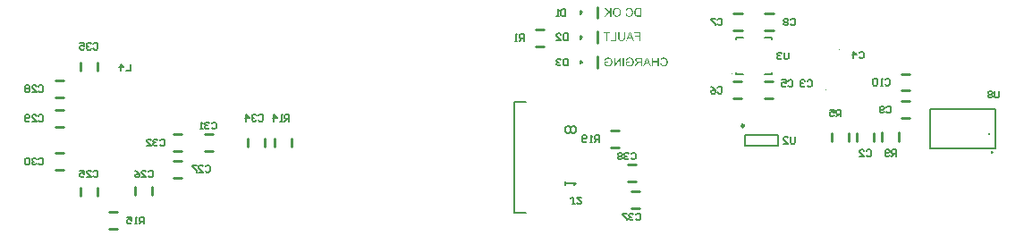
<source format=gbo>
G04*
G04 #@! TF.GenerationSoftware,Altium Limited,Altium Designer,21.3.2 (30)*
G04*
G04 Layer_Color=32896*
%FSLAX44Y44*%
%MOMM*%
G71*
G04*
G04 #@! TF.SameCoordinates,BB622590-8895-4630-97EF-0A5410F07859*
G04*
G04*
G04 #@! TF.FilePolarity,Positive*
G04*
G01*
G75*
%ADD10C,0.2500*%
%ADD12C,0.1000*%
%ADD13C,0.2540*%
%ADD14C,0.2000*%
%ADD15C,0.1270*%
%ADD122C,0.1524*%
G36*
X1152457Y684141D02*
X1151377D01*
Y687966D01*
X1147176D01*
Y684141D01*
X1146097D01*
Y692261D01*
X1147176D01*
Y688929D01*
X1151377D01*
Y692261D01*
X1152457D01*
Y684141D01*
D02*
G37*
G36*
X1116572D02*
X1115539D01*
Y690513D01*
X1111291Y684141D01*
X1110177D01*
Y692261D01*
X1111209D01*
Y685878D01*
X1115469Y692261D01*
X1116572D01*
Y684141D01*
D02*
G37*
G36*
X1125197Y692379D02*
X1125608Y692320D01*
X1125796Y692285D01*
X1125972Y692238D01*
X1126136Y692203D01*
X1126289Y692156D01*
X1126429Y692109D01*
X1126547Y692062D01*
X1126652Y692015D01*
X1126746Y691980D01*
X1126816Y691945D01*
X1126863Y691921D01*
X1126899Y691909D01*
X1126910Y691898D01*
X1127075Y691792D01*
X1127239Y691686D01*
X1127521Y691440D01*
X1127767Y691193D01*
X1127967Y690935D01*
X1128131Y690712D01*
X1128189Y690618D01*
X1128236Y690525D01*
X1128283Y690454D01*
X1128307Y690407D01*
X1128319Y690372D01*
X1128330Y690360D01*
X1128495Y689973D01*
X1128612Y689586D01*
X1128706Y689210D01*
X1128729Y689034D01*
X1128764Y688870D01*
X1128776Y688717D01*
X1128800Y688588D01*
X1128811Y688459D01*
Y688354D01*
X1128823Y688271D01*
Y688213D01*
Y688166D01*
Y688154D01*
X1128800Y687720D01*
X1128741Y687309D01*
X1128706Y687122D01*
X1128671Y686945D01*
X1128624Y686769D01*
X1128577Y686617D01*
X1128530Y686476D01*
X1128483Y686359D01*
X1128448Y686241D01*
X1128412Y686159D01*
X1128377Y686077D01*
X1128354Y686030D01*
X1128330Y685995D01*
Y685983D01*
X1128119Y685643D01*
X1127884Y685350D01*
X1127638Y685091D01*
X1127403Y684880D01*
X1127180Y684716D01*
X1127098Y684657D01*
X1127016Y684598D01*
X1126946Y684563D01*
X1126899Y684528D01*
X1126863Y684516D01*
X1126852Y684505D01*
X1126664Y684411D01*
X1126476Y684340D01*
X1126101Y684211D01*
X1125737Y684129D01*
X1125397Y684059D01*
X1125244Y684047D01*
X1125103Y684024D01*
X1124974Y684012D01*
X1124868D01*
X1124786Y684000D01*
X1124669D01*
X1124341Y684012D01*
X1124024Y684047D01*
X1123730Y684106D01*
X1123472Y684164D01*
X1123366Y684188D01*
X1123261Y684211D01*
X1123167Y684246D01*
X1123085Y684270D01*
X1123026Y684293D01*
X1122979Y684305D01*
X1122956Y684317D01*
X1122944D01*
X1122627Y684446D01*
X1122334Y684598D01*
X1122052Y684763D01*
X1121806Y684915D01*
X1121700Y684986D01*
X1121594Y685056D01*
X1121512Y685115D01*
X1121442Y685162D01*
X1121383Y685209D01*
X1121336Y685244D01*
X1121313Y685256D01*
X1121301Y685267D01*
Y688283D01*
X1124751D01*
Y687321D01*
X1122357D01*
Y685795D01*
X1122498Y685678D01*
X1122662Y685573D01*
X1122838Y685479D01*
X1123003Y685396D01*
X1123143Y685326D01*
X1123273Y685267D01*
X1123319Y685244D01*
X1123343Y685232D01*
X1123366Y685220D01*
X1123378D01*
X1123625Y685138D01*
X1123871Y685068D01*
X1124094Y685021D01*
X1124305Y684997D01*
X1124481Y684974D01*
X1124552D01*
X1124622Y684962D01*
X1124740D01*
X1125033Y684974D01*
X1125314Y685021D01*
X1125573Y685080D01*
X1125807Y685138D01*
X1125995Y685209D01*
X1126077Y685232D01*
X1126136Y685256D01*
X1126195Y685279D01*
X1126230Y685303D01*
X1126253Y685314D01*
X1126265D01*
X1126511Y685467D01*
X1126734Y685631D01*
X1126922Y685807D01*
X1127075Y685983D01*
X1127204Y686148D01*
X1127286Y686277D01*
X1127321Y686323D01*
X1127333Y686359D01*
X1127356Y686382D01*
Y686394D01*
X1127474Y686687D01*
X1127568Y686992D01*
X1127626Y687298D01*
X1127673Y687591D01*
X1127685Y687720D01*
X1127697Y687837D01*
X1127708Y687955D01*
Y688048D01*
X1127720Y688119D01*
Y688178D01*
Y688213D01*
Y688224D01*
X1127708Y688553D01*
X1127673Y688847D01*
X1127626Y689128D01*
X1127568Y689374D01*
X1127544Y689480D01*
X1127509Y689574D01*
X1127485Y689656D01*
X1127462Y689727D01*
X1127439Y689785D01*
X1127427Y689820D01*
X1127415Y689844D01*
Y689856D01*
X1127333Y690020D01*
X1127251Y690173D01*
X1127169Y690313D01*
X1127086Y690431D01*
X1127016Y690525D01*
X1126957Y690607D01*
X1126910Y690654D01*
X1126899Y690665D01*
X1126770Y690795D01*
X1126629Y690912D01*
X1126476Y691006D01*
X1126335Y691100D01*
X1126218Y691158D01*
X1126124Y691217D01*
X1126054Y691240D01*
X1126030Y691252D01*
X1125819Y691334D01*
X1125608Y691393D01*
X1125385Y691428D01*
X1125185Y691463D01*
X1125009Y691475D01*
X1124939D01*
X1124880Y691487D01*
X1124751D01*
X1124528Y691475D01*
X1124317Y691452D01*
X1124129Y691416D01*
X1123965Y691381D01*
X1123824Y691334D01*
X1123718Y691299D01*
X1123660Y691276D01*
X1123636Y691264D01*
X1123460Y691182D01*
X1123308Y691088D01*
X1123167Y690994D01*
X1123061Y690900D01*
X1122979Y690818D01*
X1122909Y690759D01*
X1122874Y690712D01*
X1122862Y690701D01*
X1122756Y690560D01*
X1122674Y690396D01*
X1122592Y690243D01*
X1122522Y690079D01*
X1122475Y689938D01*
X1122439Y689832D01*
X1122428Y689785D01*
X1122416Y689750D01*
X1122404Y689738D01*
Y689727D01*
X1121430Y689985D01*
X1121512Y690278D01*
X1121618Y690536D01*
X1121724Y690771D01*
X1121817Y690959D01*
X1121911Y691111D01*
X1121982Y691217D01*
X1122029Y691287D01*
X1122052Y691311D01*
X1122216Y691498D01*
X1122393Y691651D01*
X1122580Y691792D01*
X1122756Y691909D01*
X1122921Y691991D01*
X1123050Y692062D01*
X1123097Y692085D01*
X1123132Y692097D01*
X1123155Y692109D01*
X1123167D01*
X1123437Y692203D01*
X1123718Y692273D01*
X1123977Y692332D01*
X1124223Y692367D01*
X1124446Y692390D01*
X1124540D01*
X1124610Y692402D01*
X1124986D01*
X1125197Y692379D01*
D02*
G37*
G36*
X1105025D02*
X1105436Y692320D01*
X1105623Y692285D01*
X1105799Y692238D01*
X1105964Y692203D01*
X1106116Y692156D01*
X1106257Y692109D01*
X1106375Y692062D01*
X1106480Y692015D01*
X1106574Y691980D01*
X1106644Y691945D01*
X1106691Y691921D01*
X1106727Y691909D01*
X1106738Y691898D01*
X1106903Y691792D01*
X1107067Y691686D01*
X1107348Y691440D01*
X1107595Y691193D01*
X1107794Y690935D01*
X1107959Y690712D01*
X1108017Y690618D01*
X1108064Y690525D01*
X1108111Y690454D01*
X1108135Y690407D01*
X1108147Y690372D01*
X1108158Y690360D01*
X1108323Y689973D01*
X1108440Y689586D01*
X1108534Y689210D01*
X1108557Y689034D01*
X1108592Y688870D01*
X1108604Y688717D01*
X1108628Y688588D01*
X1108639Y688459D01*
Y688354D01*
X1108651Y688271D01*
Y688213D01*
Y688166D01*
Y688154D01*
X1108628Y687720D01*
X1108569Y687309D01*
X1108534Y687122D01*
X1108499Y686945D01*
X1108452Y686769D01*
X1108405Y686617D01*
X1108358Y686476D01*
X1108311Y686359D01*
X1108276Y686241D01*
X1108240Y686159D01*
X1108205Y686077D01*
X1108182Y686030D01*
X1108158Y685995D01*
Y685983D01*
X1107947Y685643D01*
X1107712Y685350D01*
X1107466Y685091D01*
X1107231Y684880D01*
X1107008Y684716D01*
X1106926Y684657D01*
X1106844Y684598D01*
X1106774Y684563D01*
X1106727Y684528D01*
X1106691Y684516D01*
X1106680Y684505D01*
X1106492Y684411D01*
X1106304Y684340D01*
X1105929Y684211D01*
X1105565Y684129D01*
X1105225Y684059D01*
X1105072Y684047D01*
X1104931Y684024D01*
X1104802Y684012D01*
X1104696D01*
X1104614Y684000D01*
X1104497D01*
X1104168Y684012D01*
X1103851Y684047D01*
X1103558Y684106D01*
X1103300Y684164D01*
X1103194Y684188D01*
X1103089Y684211D01*
X1102995Y684246D01*
X1102913Y684270D01*
X1102854Y684293D01*
X1102807Y684305D01*
X1102784Y684317D01*
X1102772D01*
X1102455Y684446D01*
X1102162Y684598D01*
X1101880Y684763D01*
X1101634Y684915D01*
X1101528Y684986D01*
X1101422Y685056D01*
X1101340Y685115D01*
X1101270Y685162D01*
X1101211Y685209D01*
X1101164Y685244D01*
X1101141Y685256D01*
X1101129Y685267D01*
Y688283D01*
X1104579D01*
Y687321D01*
X1102185D01*
Y685795D01*
X1102326Y685678D01*
X1102490Y685573D01*
X1102666Y685479D01*
X1102831Y685396D01*
X1102971Y685326D01*
X1103101Y685267D01*
X1103147Y685244D01*
X1103171Y685232D01*
X1103194Y685220D01*
X1103206D01*
X1103453Y685138D01*
X1103699Y685068D01*
X1103922Y685021D01*
X1104133Y684997D01*
X1104309Y684974D01*
X1104380D01*
X1104450Y684962D01*
X1104567D01*
X1104861Y684974D01*
X1105142Y685021D01*
X1105400Y685080D01*
X1105635Y685138D01*
X1105823Y685209D01*
X1105905Y685232D01*
X1105964Y685256D01*
X1106022Y685279D01*
X1106058Y685303D01*
X1106081Y685314D01*
X1106093D01*
X1106339Y685467D01*
X1106562Y685631D01*
X1106750Y685807D01*
X1106903Y685983D01*
X1107032Y686148D01*
X1107114Y686277D01*
X1107149Y686323D01*
X1107161Y686359D01*
X1107184Y686382D01*
Y686394D01*
X1107301Y686687D01*
X1107395Y686992D01*
X1107454Y687298D01*
X1107501Y687591D01*
X1107513Y687720D01*
X1107524Y687837D01*
X1107536Y687955D01*
Y688048D01*
X1107548Y688119D01*
Y688178D01*
Y688213D01*
Y688224D01*
X1107536Y688553D01*
X1107501Y688847D01*
X1107454Y689128D01*
X1107395Y689374D01*
X1107372Y689480D01*
X1107337Y689574D01*
X1107313Y689656D01*
X1107290Y689727D01*
X1107266Y689785D01*
X1107255Y689820D01*
X1107243Y689844D01*
Y689856D01*
X1107161Y690020D01*
X1107079Y690173D01*
X1106996Y690313D01*
X1106914Y690431D01*
X1106844Y690525D01*
X1106785Y690607D01*
X1106738Y690654D01*
X1106727Y690665D01*
X1106598Y690795D01*
X1106457Y690912D01*
X1106304Y691006D01*
X1106163Y691100D01*
X1106046Y691158D01*
X1105952Y691217D01*
X1105882Y691240D01*
X1105858Y691252D01*
X1105647Y691334D01*
X1105436Y691393D01*
X1105213Y691428D01*
X1105013Y691463D01*
X1104837Y691475D01*
X1104767D01*
X1104708Y691487D01*
X1104579D01*
X1104356Y691475D01*
X1104145Y691452D01*
X1103957Y691416D01*
X1103793Y691381D01*
X1103652Y691334D01*
X1103546Y691299D01*
X1103488Y691276D01*
X1103464Y691264D01*
X1103288Y691182D01*
X1103136Y691088D01*
X1102995Y690994D01*
X1102889Y690900D01*
X1102807Y690818D01*
X1102737Y690759D01*
X1102701Y690712D01*
X1102690Y690701D01*
X1102584Y690560D01*
X1102502Y690396D01*
X1102420Y690243D01*
X1102349Y690079D01*
X1102302Y689938D01*
X1102267Y689832D01*
X1102256Y689785D01*
X1102244Y689750D01*
X1102232Y689738D01*
Y689727D01*
X1101258Y689985D01*
X1101340Y690278D01*
X1101446Y690536D01*
X1101552Y690771D01*
X1101645Y690959D01*
X1101739Y691111D01*
X1101810Y691217D01*
X1101857Y691287D01*
X1101880Y691311D01*
X1102044Y691498D01*
X1102220Y691651D01*
X1102408Y691792D01*
X1102584Y691909D01*
X1102748Y691991D01*
X1102878Y692062D01*
X1102924Y692085D01*
X1102960Y692097D01*
X1102983Y692109D01*
X1102995D01*
X1103265Y692203D01*
X1103546Y692273D01*
X1103805Y692332D01*
X1104051Y692367D01*
X1104274Y692390D01*
X1104368D01*
X1104438Y692402D01*
X1104814D01*
X1105025Y692379D01*
D02*
G37*
G36*
X1157562D02*
X1157937Y692320D01*
X1158266Y692250D01*
X1158418Y692203D01*
X1158559Y692156D01*
X1158688Y692109D01*
X1158806Y692062D01*
X1158900Y692027D01*
X1158993Y691991D01*
X1159052Y691956D01*
X1159099Y691933D01*
X1159134Y691921D01*
X1159146Y691909D01*
X1159463Y691710D01*
X1159733Y691475D01*
X1159967Y691240D01*
X1160167Y691006D01*
X1160319Y690795D01*
X1160378Y690701D01*
X1160425Y690618D01*
X1160472Y690560D01*
X1160495Y690513D01*
X1160507Y690478D01*
X1160519Y690466D01*
X1160683Y690102D01*
X1160800Y689727D01*
X1160883Y689351D01*
X1160941Y689011D01*
X1160965Y688858D01*
X1160976Y688706D01*
X1160988Y688588D01*
Y688471D01*
X1161000Y688389D01*
Y688318D01*
Y688271D01*
Y688260D01*
X1160976Y687837D01*
X1160930Y687427D01*
X1160871Y687063D01*
X1160824Y686887D01*
X1160789Y686734D01*
X1160754Y686593D01*
X1160707Y686464D01*
X1160671Y686347D01*
X1160648Y686253D01*
X1160613Y686183D01*
X1160601Y686124D01*
X1160577Y686089D01*
Y686077D01*
X1160402Y685725D01*
X1160202Y685408D01*
X1159991Y685138D01*
X1159885Y685033D01*
X1159791Y684927D01*
X1159697Y684833D01*
X1159604Y684751D01*
X1159521Y684681D01*
X1159451Y684634D01*
X1159404Y684587D01*
X1159357Y684551D01*
X1159334Y684540D01*
X1159322Y684528D01*
X1159158Y684434D01*
X1158993Y684352D01*
X1158641Y684223D01*
X1158289Y684129D01*
X1157949Y684070D01*
X1157785Y684047D01*
X1157644Y684024D01*
X1157515Y684012D01*
X1157409D01*
X1157315Y684000D01*
X1157186D01*
X1156952Y684012D01*
X1156729Y684035D01*
X1156517Y684059D01*
X1156318Y684106D01*
X1156130Y684164D01*
X1155954Y684223D01*
X1155790Y684282D01*
X1155637Y684352D01*
X1155508Y684411D01*
X1155379Y684469D01*
X1155285Y684528D01*
X1155191Y684587D01*
X1155133Y684634D01*
X1155074Y684657D01*
X1155050Y684681D01*
X1155039Y684692D01*
X1154874Y684833D01*
X1154734Y684974D01*
X1154604Y685138D01*
X1154475Y685303D01*
X1154264Y685631D01*
X1154100Y685960D01*
X1154029Y686112D01*
X1153971Y686253D01*
X1153924Y686382D01*
X1153889Y686488D01*
X1153854Y686582D01*
X1153830Y686652D01*
X1153818Y686699D01*
Y686711D01*
X1154898Y686981D01*
X1154945Y686793D01*
X1155004Y686617D01*
X1155062Y686453D01*
X1155121Y686300D01*
X1155191Y686159D01*
X1155262Y686042D01*
X1155344Y685925D01*
X1155414Y685819D01*
X1155473Y685725D01*
X1155543Y685655D01*
X1155602Y685584D01*
X1155649Y685526D01*
X1155696Y685490D01*
X1155731Y685455D01*
X1155743Y685443D01*
X1155754Y685432D01*
X1155872Y685338D01*
X1156001Y685267D01*
X1156259Y685138D01*
X1156506Y685044D01*
X1156752Y684986D01*
X1156963Y684939D01*
X1157045Y684927D01*
X1157128D01*
X1157198Y684915D01*
X1157280D01*
X1157550Y684927D01*
X1157808Y684974D01*
X1158043Y685033D01*
X1158254Y685103D01*
X1158418Y685173D01*
X1158489Y685209D01*
X1158547Y685232D01*
X1158594Y685256D01*
X1158630Y685279D01*
X1158653Y685291D01*
X1158665D01*
X1158888Y685455D01*
X1159075Y685631D01*
X1159240Y685831D01*
X1159369Y686018D01*
X1159474Y686183D01*
X1159545Y686323D01*
X1159568Y686382D01*
X1159592Y686417D01*
X1159604Y686441D01*
Y686453D01*
X1159697Y686758D01*
X1159768Y687063D01*
X1159827Y687368D01*
X1159862Y687650D01*
X1159873Y687779D01*
X1159885Y687896D01*
Y688002D01*
X1159897Y688084D01*
Y688154D01*
Y688213D01*
Y688248D01*
Y688260D01*
X1159885Y688565D01*
X1159862Y688847D01*
X1159815Y689105D01*
X1159768Y689339D01*
X1159733Y689539D01*
X1159709Y689621D01*
X1159686Y689691D01*
X1159674Y689750D01*
X1159662Y689785D01*
X1159650Y689809D01*
Y689820D01*
X1159533Y690090D01*
X1159404Y690337D01*
X1159263Y690536D01*
X1159111Y690712D01*
X1158982Y690853D01*
X1158876Y690947D01*
X1158794Y691006D01*
X1158782Y691029D01*
X1158770D01*
X1158524Y691182D01*
X1158254Y691299D01*
X1157996Y691381D01*
X1157749Y691428D01*
X1157526Y691463D01*
X1157433Y691475D01*
X1157350D01*
X1157292Y691487D01*
X1157198D01*
X1156905Y691475D01*
X1156635Y691428D01*
X1156412Y691358D01*
X1156212Y691287D01*
X1156060Y691205D01*
X1155942Y691146D01*
X1155872Y691100D01*
X1155848Y691076D01*
X1155661Y690900D01*
X1155485Y690701D01*
X1155344Y690489D01*
X1155227Y690278D01*
X1155133Y690090D01*
X1155097Y689996D01*
X1155074Y689926D01*
X1155050Y689867D01*
X1155027Y689820D01*
X1155015Y689797D01*
Y689785D01*
X1153959Y690032D01*
X1154029Y690243D01*
X1154100Y690431D01*
X1154194Y690607D01*
X1154276Y690783D01*
X1154370Y690935D01*
X1154475Y691076D01*
X1154569Y691217D01*
X1154663Y691334D01*
X1154757Y691428D01*
X1154839Y691522D01*
X1154921Y691604D01*
X1154980Y691663D01*
X1155039Y691721D01*
X1155086Y691757D01*
X1155109Y691768D01*
X1155121Y691780D01*
X1155285Y691886D01*
X1155449Y691991D01*
X1155614Y692074D01*
X1155790Y692144D01*
X1156142Y692250D01*
X1156459Y692320D01*
X1156611Y692355D01*
X1156740Y692367D01*
X1156869Y692379D01*
X1156975Y692390D01*
X1157057Y692402D01*
X1157174D01*
X1157562Y692379D01*
D02*
G37*
G36*
X1145193Y684141D02*
X1144055D01*
X1143175Y686605D01*
X1139772D01*
X1138821Y684141D01*
X1137601D01*
X1140922Y692261D01*
X1142095D01*
X1145193Y684141D01*
D02*
G37*
G36*
X1136721D02*
X1135641D01*
Y687743D01*
X1134256D01*
X1134127Y687732D01*
X1134033D01*
X1133951Y687720D01*
X1133893Y687708D01*
X1133846D01*
X1133822Y687697D01*
X1133811D01*
X1133623Y687638D01*
X1133541Y687603D01*
X1133470Y687567D01*
X1133400Y687532D01*
X1133353Y687509D01*
X1133329Y687497D01*
X1133318Y687485D01*
X1133224Y687415D01*
X1133130Y687333D01*
X1132954Y687157D01*
X1132872Y687075D01*
X1132813Y687004D01*
X1132778Y686957D01*
X1132766Y686945D01*
X1132649Y686781D01*
X1132520Y686605D01*
X1132391Y686417D01*
X1132262Y686241D01*
X1132156Y686077D01*
X1132074Y685948D01*
X1132038Y685901D01*
X1132015Y685866D01*
X1131992Y685842D01*
Y685831D01*
X1130924Y684141D01*
X1129586D01*
X1130982Y686347D01*
X1131147Y686582D01*
X1131299Y686793D01*
X1131452Y686969D01*
X1131581Y687133D01*
X1131698Y687251D01*
X1131792Y687344D01*
X1131851Y687403D01*
X1131874Y687427D01*
X1131968Y687497D01*
X1132074Y687579D01*
X1132285Y687708D01*
X1132379Y687755D01*
X1132449Y687802D01*
X1132496Y687825D01*
X1132520Y687837D01*
X1132308Y687872D01*
X1132109Y687908D01*
X1131933Y687966D01*
X1131757Y688013D01*
X1131604Y688072D01*
X1131463Y688142D01*
X1131334Y688201D01*
X1131217Y688260D01*
X1131123Y688330D01*
X1131029Y688389D01*
X1130959Y688436D01*
X1130900Y688483D01*
X1130853Y688518D01*
X1130818Y688553D01*
X1130806Y688565D01*
X1130795Y688577D01*
X1130701Y688694D01*
X1130607Y688811D01*
X1130466Y689058D01*
X1130372Y689304D01*
X1130302Y689539D01*
X1130255Y689738D01*
X1130243Y689820D01*
Y689903D01*
X1130231Y689961D01*
Y690008D01*
Y690032D01*
Y690043D01*
X1130243Y690290D01*
X1130278Y690513D01*
X1130337Y690724D01*
X1130396Y690900D01*
X1130466Y691053D01*
X1130513Y691170D01*
X1130560Y691240D01*
X1130572Y691252D01*
Y691264D01*
X1130713Y691452D01*
X1130853Y691616D01*
X1131006Y691757D01*
X1131147Y691862D01*
X1131276Y691945D01*
X1131381Y691991D01*
X1131452Y692027D01*
X1131463Y692038D01*
X1131475D01*
X1131581Y692074D01*
X1131710Y692109D01*
X1131968Y692167D01*
X1132250Y692203D01*
X1132508Y692238D01*
X1132754Y692250D01*
X1132860D01*
X1132954Y692261D01*
X1136721D01*
Y684141D01*
D02*
G37*
G36*
X1119541D02*
X1118461D01*
Y692261D01*
X1119541D01*
Y684141D01*
D02*
G37*
G36*
X1120531Y711567D02*
Y711333D01*
X1120519Y711110D01*
X1120508Y710899D01*
X1120484Y710699D01*
X1120461Y710523D01*
X1120437Y710359D01*
X1120402Y710206D01*
X1120378Y710065D01*
X1120355Y709936D01*
X1120320Y709831D01*
X1120296Y709737D01*
X1120273Y709666D01*
X1120249Y709608D01*
X1120238Y709561D01*
X1120226Y709537D01*
Y709526D01*
X1120097Y709267D01*
X1119932Y709033D01*
X1119768Y708845D01*
X1119592Y708681D01*
X1119440Y708551D01*
X1119311Y708458D01*
X1119264Y708434D01*
X1119228Y708411D01*
X1119205Y708387D01*
X1119193D01*
X1118900Y708258D01*
X1118595Y708164D01*
X1118278Y708094D01*
X1117984Y708047D01*
X1117855Y708035D01*
X1117726Y708024D01*
X1117609Y708012D01*
X1117515D01*
X1117433Y708000D01*
X1117327D01*
X1116905Y708024D01*
X1116717Y708047D01*
X1116541Y708070D01*
X1116365Y708106D01*
X1116213Y708141D01*
X1116072Y708176D01*
X1115943Y708223D01*
X1115825Y708270D01*
X1115731Y708305D01*
X1115638Y708340D01*
X1115567Y708375D01*
X1115508Y708411D01*
X1115473Y708422D01*
X1115450Y708446D01*
X1115438D01*
X1115180Y708622D01*
X1114969Y708821D01*
X1114804Y709009D01*
X1114664Y709197D01*
X1114558Y709361D01*
X1114488Y709490D01*
X1114464Y709537D01*
X1114441Y709573D01*
X1114429Y709596D01*
Y709608D01*
X1114382Y709749D01*
X1114335Y709901D01*
X1114265Y710218D01*
X1114218Y710546D01*
X1114183Y710863D01*
X1114171Y711004D01*
X1114159Y711145D01*
Y711262D01*
X1114147Y711368D01*
Y711450D01*
Y711509D01*
Y711556D01*
Y711567D01*
Y716261D01*
X1115227D01*
Y711567D01*
Y711298D01*
X1115250Y711039D01*
X1115274Y710816D01*
X1115309Y710605D01*
X1115344Y710417D01*
X1115391Y710241D01*
X1115426Y710089D01*
X1115473Y709960D01*
X1115520Y709854D01*
X1115567Y709749D01*
X1115614Y709678D01*
X1115649Y709608D01*
X1115685Y709561D01*
X1115708Y709526D01*
X1115720Y709514D01*
X1115731Y709502D01*
X1115837Y709408D01*
X1115954Y709326D01*
X1116213Y709197D01*
X1116482Y709103D01*
X1116764Y709044D01*
X1117022Y708997D01*
X1117128Y708986D01*
X1117234D01*
X1117304Y708974D01*
X1117421D01*
X1117668Y708986D01*
X1117891Y709021D01*
X1118102Y709056D01*
X1118266Y709115D01*
X1118407Y709162D01*
X1118513Y709197D01*
X1118571Y709232D01*
X1118595Y709244D01*
X1118759Y709350D01*
X1118900Y709479D01*
X1119017Y709608D01*
X1119099Y709725D01*
X1119170Y709842D01*
X1119228Y709924D01*
X1119252Y709983D01*
X1119264Y710007D01*
X1119299Y710112D01*
X1119322Y710218D01*
X1119369Y710464D01*
X1119404Y710723D01*
X1119428Y710981D01*
X1119440Y711204D01*
Y711309D01*
X1119451Y711391D01*
Y711462D01*
Y711520D01*
Y711556D01*
Y711567D01*
Y716261D01*
X1120531D01*
Y711567D01*
D02*
G37*
G36*
X1135000Y708141D02*
X1133920D01*
Y711826D01*
X1130107D01*
Y712788D01*
X1133920D01*
Y715299D01*
X1129508D01*
Y716261D01*
X1135000D01*
Y708141D01*
D02*
G37*
G36*
X1129004D02*
X1127865D01*
X1126985Y710605D01*
X1123582D01*
X1122632Y708141D01*
X1121411D01*
X1124732Y716261D01*
X1125906D01*
X1129004Y708141D01*
D02*
G37*
G36*
X1112399D02*
X1107318D01*
Y709103D01*
X1111319D01*
Y716261D01*
X1112399D01*
Y708141D01*
D02*
G37*
G36*
X1106649Y715299D02*
X1103973D01*
Y708141D01*
X1102894D01*
Y715299D01*
X1100218D01*
Y716261D01*
X1106649D01*
Y715299D01*
D02*
G37*
G36*
X1107684Y731141D02*
X1106604D01*
Y733957D01*
X1105278Y735236D01*
X1102392Y731141D01*
X1100972D01*
X1104527Y735964D01*
X1101124Y739261D01*
X1102591D01*
X1106604Y735225D01*
Y739261D01*
X1107684D01*
Y731141D01*
D02*
G37*
G36*
X1124688Y739379D02*
X1125063Y739320D01*
X1125392Y739250D01*
X1125544Y739203D01*
X1125685Y739156D01*
X1125814Y739109D01*
X1125931Y739062D01*
X1126025Y739027D01*
X1126119Y738991D01*
X1126178Y738956D01*
X1126225Y738933D01*
X1126260Y738921D01*
X1126272Y738909D01*
X1126589Y738710D01*
X1126859Y738475D01*
X1127093Y738240D01*
X1127293Y738006D01*
X1127445Y737794D01*
X1127504Y737701D01*
X1127551Y737618D01*
X1127598Y737560D01*
X1127621Y737513D01*
X1127633Y737478D01*
X1127645Y737466D01*
X1127809Y737102D01*
X1127926Y736727D01*
X1128009Y736351D01*
X1128067Y736011D01*
X1128091Y735858D01*
X1128102Y735706D01*
X1128114Y735588D01*
Y735471D01*
X1128126Y735389D01*
Y735318D01*
Y735272D01*
Y735260D01*
X1128102Y734837D01*
X1128055Y734427D01*
X1127997Y734063D01*
X1127950Y733887D01*
X1127915Y733734D01*
X1127879Y733593D01*
X1127833Y733464D01*
X1127797Y733347D01*
X1127774Y733253D01*
X1127739Y733183D01*
X1127727Y733124D01*
X1127703Y733089D01*
Y733077D01*
X1127527Y732725D01*
X1127328Y732408D01*
X1127117Y732138D01*
X1127011Y732033D01*
X1126917Y731927D01*
X1126823Y731833D01*
X1126730Y731751D01*
X1126647Y731681D01*
X1126577Y731634D01*
X1126530Y731587D01*
X1126483Y731552D01*
X1126460Y731540D01*
X1126448Y731528D01*
X1126284Y731434D01*
X1126119Y731352D01*
X1125767Y731223D01*
X1125415Y731129D01*
X1125075Y731070D01*
X1124911Y731047D01*
X1124770Y731023D01*
X1124641Y731012D01*
X1124535D01*
X1124441Y731000D01*
X1124312D01*
X1124077Y731012D01*
X1123855Y731035D01*
X1123643Y731059D01*
X1123444Y731106D01*
X1123256Y731164D01*
X1123080Y731223D01*
X1122916Y731282D01*
X1122763Y731352D01*
X1122634Y731411D01*
X1122505Y731469D01*
X1122411Y731528D01*
X1122317Y731587D01*
X1122259Y731634D01*
X1122200Y731657D01*
X1122176Y731681D01*
X1122165Y731692D01*
X1122000Y731833D01*
X1121860Y731974D01*
X1121730Y732138D01*
X1121601Y732303D01*
X1121390Y732631D01*
X1121226Y732960D01*
X1121155Y733112D01*
X1121097Y733253D01*
X1121050Y733382D01*
X1121015Y733488D01*
X1120979Y733582D01*
X1120956Y733652D01*
X1120944Y733699D01*
Y733711D01*
X1122024Y733981D01*
X1122071Y733793D01*
X1122130Y733617D01*
X1122188Y733453D01*
X1122247Y733300D01*
X1122317Y733159D01*
X1122388Y733042D01*
X1122470Y732924D01*
X1122540Y732819D01*
X1122599Y732725D01*
X1122669Y732655D01*
X1122728Y732584D01*
X1122775Y732525D01*
X1122822Y732490D01*
X1122857Y732455D01*
X1122869Y732443D01*
X1122880Y732432D01*
X1122998Y732338D01*
X1123127Y732267D01*
X1123385Y732138D01*
X1123632Y732044D01*
X1123878Y731986D01*
X1124089Y731939D01*
X1124171Y731927D01*
X1124253D01*
X1124324Y731915D01*
X1124406D01*
X1124676Y731927D01*
X1124934Y731974D01*
X1125169Y732033D01*
X1125380Y732103D01*
X1125544Y732173D01*
X1125615Y732209D01*
X1125673Y732232D01*
X1125720Y732256D01*
X1125755Y732279D01*
X1125779Y732291D01*
X1125791D01*
X1126014Y732455D01*
X1126201Y732631D01*
X1126366Y732831D01*
X1126495Y733018D01*
X1126600Y733183D01*
X1126671Y733324D01*
X1126694Y733382D01*
X1126718Y733417D01*
X1126730Y733441D01*
Y733453D01*
X1126823Y733758D01*
X1126894Y734063D01*
X1126953Y734368D01*
X1126988Y734650D01*
X1126999Y734779D01*
X1127011Y734896D01*
Y735002D01*
X1127023Y735084D01*
Y735154D01*
Y735213D01*
Y735248D01*
Y735260D01*
X1127011Y735565D01*
X1126988Y735846D01*
X1126941Y736105D01*
X1126894Y736339D01*
X1126859Y736539D01*
X1126835Y736621D01*
X1126812Y736691D01*
X1126800Y736750D01*
X1126788Y736785D01*
X1126776Y736809D01*
Y736821D01*
X1126659Y737090D01*
X1126530Y737337D01*
X1126389Y737536D01*
X1126237Y737712D01*
X1126108Y737853D01*
X1126002Y737947D01*
X1125920Y738006D01*
X1125908Y738029D01*
X1125896D01*
X1125650Y738182D01*
X1125380Y738299D01*
X1125122Y738381D01*
X1124875Y738428D01*
X1124652Y738463D01*
X1124559Y738475D01*
X1124476D01*
X1124418Y738487D01*
X1124324D01*
X1124031Y738475D01*
X1123761Y738428D01*
X1123538Y738358D01*
X1123338Y738287D01*
X1123186Y738205D01*
X1123068Y738147D01*
X1122998Y738100D01*
X1122974Y738076D01*
X1122787Y737900D01*
X1122611Y737701D01*
X1122470Y737489D01*
X1122352Y737278D01*
X1122259Y737090D01*
X1122223Y736997D01*
X1122200Y736926D01*
X1122176Y736867D01*
X1122153Y736821D01*
X1122141Y736797D01*
Y736785D01*
X1121085Y737032D01*
X1121155Y737243D01*
X1121226Y737431D01*
X1121320Y737607D01*
X1121402Y737783D01*
X1121496Y737935D01*
X1121601Y738076D01*
X1121695Y738217D01*
X1121789Y738334D01*
X1121883Y738428D01*
X1121965Y738522D01*
X1122047Y738604D01*
X1122106Y738663D01*
X1122165Y738721D01*
X1122212Y738757D01*
X1122235Y738768D01*
X1122247Y738780D01*
X1122411Y738886D01*
X1122575Y738991D01*
X1122740Y739074D01*
X1122916Y739144D01*
X1123268Y739250D01*
X1123585Y739320D01*
X1123737Y739355D01*
X1123866Y739367D01*
X1123995Y739379D01*
X1124101Y739390D01*
X1124183Y739402D01*
X1124300D01*
X1124688Y739379D01*
D02*
G37*
G36*
X1136000Y731141D02*
X1133078D01*
X1132808Y731153D01*
X1132562Y731164D01*
X1132339Y731188D01*
X1132151Y731211D01*
X1131987Y731235D01*
X1131869Y731246D01*
X1131834Y731258D01*
X1131799Y731270D01*
X1131776D01*
X1131564Y731329D01*
X1131376Y731399D01*
X1131212Y731458D01*
X1131071Y731528D01*
X1130954Y731587D01*
X1130872Y731634D01*
X1130825Y731669D01*
X1130801Y731681D01*
X1130649Y731786D01*
X1130520Y731915D01*
X1130391Y732033D01*
X1130285Y732150D01*
X1130191Y732256D01*
X1130121Y732338D01*
X1130074Y732396D01*
X1130062Y732420D01*
X1129945Y732608D01*
X1129827Y732807D01*
X1129734Y732995D01*
X1129663Y733183D01*
X1129593Y733347D01*
X1129546Y733476D01*
X1129534Y733523D01*
X1129522Y733558D01*
X1129511Y733582D01*
Y733593D01*
X1129440Y733875D01*
X1129382Y734157D01*
X1129346Y734427D01*
X1129311Y734685D01*
X1129299Y734908D01*
Y735002D01*
X1129288Y735084D01*
Y735142D01*
Y735201D01*
Y735225D01*
Y735236D01*
X1129299Y735635D01*
X1129335Y735999D01*
X1129393Y736328D01*
X1129417Y736480D01*
X1129452Y736609D01*
X1129487Y736738D01*
X1129511Y736844D01*
X1129534Y736938D01*
X1129569Y737020D01*
X1129581Y737090D01*
X1129604Y737137D01*
X1129616Y737161D01*
Y737172D01*
X1129745Y737478D01*
X1129898Y737747D01*
X1130062Y737982D01*
X1130215Y738182D01*
X1130356Y738346D01*
X1130473Y738463D01*
X1130520Y738499D01*
X1130555Y738534D01*
X1130567Y738546D01*
X1130579Y738557D01*
X1130766Y738710D01*
X1130966Y738827D01*
X1131165Y738933D01*
X1131353Y739015D01*
X1131517Y739074D01*
X1131646Y739109D01*
X1131693Y739132D01*
X1131729D01*
X1131752Y739144D01*
X1131764D01*
X1131963Y739179D01*
X1132198Y739214D01*
X1132433Y739238D01*
X1132667Y739250D01*
X1132878Y739261D01*
X1136000D01*
Y731141D01*
D02*
G37*
G36*
X1113223Y739390D02*
X1113516Y739355D01*
X1113798Y739296D01*
X1114068Y739226D01*
X1114314Y739132D01*
X1114549Y739038D01*
X1114760Y738933D01*
X1114948Y738827D01*
X1115124Y738721D01*
X1115276Y738616D01*
X1115405Y738522D01*
X1115511Y738428D01*
X1115593Y738358D01*
X1115664Y738299D01*
X1115699Y738264D01*
X1115711Y738252D01*
X1115898Y738029D01*
X1116063Y737794D01*
X1116215Y737536D01*
X1116332Y737278D01*
X1116438Y737008D01*
X1116532Y736750D01*
X1116602Y736492D01*
X1116649Y736245D01*
X1116696Y736011D01*
X1116731Y735788D01*
X1116755Y735588D01*
X1116778Y735424D01*
Y735283D01*
X1116790Y735178D01*
Y735107D01*
Y735096D01*
Y735084D01*
X1116767Y734685D01*
X1116720Y734321D01*
X1116649Y733969D01*
X1116602Y733816D01*
X1116555Y733664D01*
X1116520Y733535D01*
X1116473Y733417D01*
X1116438Y733312D01*
X1116403Y733218D01*
X1116379Y733148D01*
X1116356Y733101D01*
X1116332Y733065D01*
Y733054D01*
X1116133Y732713D01*
X1115922Y732420D01*
X1115687Y732162D01*
X1115464Y731951D01*
X1115265Y731775D01*
X1115182Y731704D01*
X1115112Y731657D01*
X1115042Y731610D01*
X1114995Y731575D01*
X1114971Y731563D01*
X1114959Y731552D01*
X1114783Y731458D01*
X1114607Y731376D01*
X1114255Y731235D01*
X1113915Y731141D01*
X1113598Y731070D01*
X1113446Y731047D01*
X1113317Y731035D01*
X1113199Y731012D01*
X1113094D01*
X1113023Y731000D01*
X1112906D01*
X1112519Y731023D01*
X1112155Y731082D01*
X1111815Y731153D01*
X1111662Y731199D01*
X1111521Y731246D01*
X1111392Y731293D01*
X1111275Y731340D01*
X1111181Y731376D01*
X1111099Y731411D01*
X1111028Y731446D01*
X1110970Y731469D01*
X1110946Y731493D01*
X1110935D01*
X1110606Y731704D01*
X1110324Y731939D01*
X1110090Y732185D01*
X1109890Y732420D01*
X1109726Y732643D01*
X1109667Y732725D01*
X1109620Y732807D01*
X1109573Y732878D01*
X1109550Y732924D01*
X1109526Y732960D01*
Y732971D01*
X1109432Y733159D01*
X1109362Y733347D01*
X1109233Y733723D01*
X1109139Y734098D01*
X1109080Y734438D01*
X1109069Y734591D01*
X1109045Y734732D01*
X1109033Y734861D01*
Y734966D01*
X1109022Y735060D01*
Y735119D01*
Y735166D01*
Y735178D01*
X1109045Y735623D01*
X1109092Y736034D01*
X1109127Y736222D01*
X1109174Y736410D01*
X1109221Y736574D01*
X1109256Y736727D01*
X1109303Y736867D01*
X1109350Y736997D01*
X1109386Y737102D01*
X1109432Y737196D01*
X1109456Y737266D01*
X1109479Y737313D01*
X1109503Y737348D01*
Y737360D01*
X1109691Y737701D01*
X1109913Y738006D01*
X1110148Y738264D01*
X1110359Y738475D01*
X1110559Y738639D01*
X1110653Y738710D01*
X1110723Y738768D01*
X1110794Y738804D01*
X1110841Y738839D01*
X1110864Y738851D01*
X1110876Y738862D01*
X1111052Y738956D01*
X1111228Y739038D01*
X1111568Y739179D01*
X1111920Y739273D01*
X1112225Y739332D01*
X1112366Y739355D01*
X1112507Y739379D01*
X1112613Y739390D01*
X1112718D01*
X1112800Y739402D01*
X1112906D01*
X1113223Y739390D01*
D02*
G37*
%LPC*%
G36*
X1141532Y691416D02*
X1141450Y691146D01*
X1141356Y690865D01*
X1141262Y690583D01*
X1141168Y690313D01*
X1141121Y690196D01*
X1141086Y690079D01*
X1141051Y689973D01*
X1141016Y689891D01*
X1140992Y689820D01*
X1140969Y689762D01*
X1140957Y689727D01*
Y689715D01*
X1140112Y687485D01*
X1142858D01*
X1141978Y689856D01*
X1141872Y690149D01*
X1141790Y690431D01*
X1141708Y690689D01*
X1141649Y690923D01*
X1141602Y691123D01*
X1141579Y691205D01*
X1141567Y691287D01*
X1141544Y691334D01*
Y691381D01*
X1141532Y691405D01*
Y691416D01*
D02*
G37*
G36*
X1135641Y691358D02*
X1133083D01*
X1132766Y691346D01*
X1132496Y691299D01*
X1132262Y691240D01*
X1132085Y691170D01*
X1131933Y691100D01*
X1131839Y691041D01*
X1131780Y690994D01*
X1131757Y690982D01*
X1131616Y690830D01*
X1131510Y690677D01*
X1131440Y690513D01*
X1131381Y690372D01*
X1131358Y690231D01*
X1131346Y690126D01*
X1131334Y690055D01*
Y690043D01*
Y690032D01*
X1131346Y689891D01*
X1131370Y689750D01*
X1131405Y689633D01*
X1131440Y689527D01*
X1131487Y689433D01*
X1131522Y689363D01*
X1131546Y689316D01*
X1131557Y689304D01*
X1131639Y689187D01*
X1131745Y689081D01*
X1131851Y688999D01*
X1131956Y688929D01*
X1132050Y688882D01*
X1132121Y688847D01*
X1132168Y688823D01*
X1132191Y688811D01*
X1132355Y688764D01*
X1132543Y688729D01*
X1132731Y688706D01*
X1132919Y688694D01*
X1133083Y688682D01*
X1133224Y688671D01*
X1135641D01*
Y691358D01*
D02*
G37*
G36*
X1125342Y715416D02*
X1125260Y715146D01*
X1125166Y714865D01*
X1125072Y714583D01*
X1124978Y714313D01*
X1124931Y714196D01*
X1124896Y714079D01*
X1124861Y713973D01*
X1124826Y713891D01*
X1124802Y713820D01*
X1124779Y713762D01*
X1124767Y713727D01*
Y713715D01*
X1123922Y711485D01*
X1126668D01*
X1125788Y713856D01*
X1125683Y714149D01*
X1125600Y714431D01*
X1125518Y714689D01*
X1125460Y714923D01*
X1125413Y715123D01*
X1125389Y715205D01*
X1125378Y715287D01*
X1125354Y715334D01*
Y715381D01*
X1125342Y715405D01*
Y715416D01*
D02*
G37*
G36*
X1134920Y738299D02*
X1133043D01*
X1132890Y738287D01*
X1132738D01*
X1132597Y738276D01*
X1132362Y738240D01*
X1132174Y738217D01*
X1132022Y738182D01*
X1131916Y738147D01*
X1131858Y738135D01*
X1131834Y738123D01*
X1131623Y738017D01*
X1131423Y737888D01*
X1131247Y737736D01*
X1131095Y737583D01*
X1130977Y737442D01*
X1130884Y737325D01*
X1130860Y737278D01*
X1130837Y737243D01*
X1130813Y737219D01*
Y737208D01*
X1130743Y737079D01*
X1130672Y736926D01*
X1130567Y736621D01*
X1130496Y736292D01*
X1130438Y735976D01*
X1130426Y735835D01*
X1130414Y735694D01*
X1130403Y735577D01*
Y735471D01*
X1130391Y735377D01*
Y735318D01*
Y735272D01*
Y735260D01*
X1130403Y734931D01*
X1130426Y734626D01*
X1130461Y734356D01*
X1130496Y734121D01*
X1130520Y734028D01*
X1130543Y733945D01*
X1130567Y733863D01*
X1130579Y733805D01*
X1130590Y733758D01*
X1130602Y733723D01*
X1130614Y733699D01*
Y733687D01*
X1130696Y733464D01*
X1130790Y733265D01*
X1130895Y733089D01*
X1130989Y732936D01*
X1131071Y732819D01*
X1131142Y732737D01*
X1131189Y732690D01*
X1131200Y732666D01*
X1131318Y732572D01*
X1131435Y732490D01*
X1131553Y732420D01*
X1131670Y732349D01*
X1131776Y732303D01*
X1131858Y732267D01*
X1131916Y732256D01*
X1131940Y732244D01*
X1132116Y732197D01*
X1132327Y732162D01*
X1132538Y732138D01*
X1132738Y732127D01*
X1132914Y732115D01*
X1132996Y732103D01*
X1134920D01*
Y738299D01*
D02*
G37*
G36*
X1113011Y738475D02*
X1112906D01*
X1112613Y738463D01*
X1112331Y738416D01*
X1112085Y738346D01*
X1111873Y738276D01*
X1111697Y738193D01*
X1111627Y738158D01*
X1111568Y738135D01*
X1111509Y738100D01*
X1111474Y738088D01*
X1111462Y738064D01*
X1111451D01*
X1111228Y737900D01*
X1111028Y737712D01*
X1110852Y737525D01*
X1110712Y737337D01*
X1110606Y737172D01*
X1110524Y737032D01*
X1110500Y736985D01*
X1110477Y736950D01*
X1110465Y736926D01*
Y736914D01*
X1110348Y736633D01*
X1110266Y736328D01*
X1110207Y736046D01*
X1110172Y735776D01*
X1110148Y735647D01*
X1110136Y735541D01*
Y735436D01*
X1110125Y735354D01*
Y735283D01*
Y735236D01*
Y735201D01*
Y735189D01*
X1110136Y734908D01*
X1110160Y734638D01*
X1110195Y734380D01*
X1110242Y734145D01*
X1110312Y733934D01*
X1110371Y733734D01*
X1110442Y733547D01*
X1110512Y733382D01*
X1110594Y733241D01*
X1110665Y733112D01*
X1110723Y733007D01*
X1110782Y732924D01*
X1110841Y732854D01*
X1110876Y732795D01*
X1110899Y732772D01*
X1110911Y732760D01*
X1111064Y732608D01*
X1111228Y732479D01*
X1111392Y732373D01*
X1111556Y732267D01*
X1111721Y732185D01*
X1111897Y732127D01*
X1112049Y732068D01*
X1112214Y732021D01*
X1112354Y731986D01*
X1112495Y731962D01*
X1112613Y731939D01*
X1112718Y731927D01*
X1112800D01*
X1112859Y731915D01*
X1112918D01*
X1113141Y731927D01*
X1113352Y731951D01*
X1113540Y731998D01*
X1113727Y732044D01*
X1113903Y732115D01*
X1114068Y732185D01*
X1114220Y732256D01*
X1114361Y732338D01*
X1114478Y732420D01*
X1114584Y732490D01*
X1114678Y732561D01*
X1114760Y732631D01*
X1114819Y732678D01*
X1114866Y732725D01*
X1114889Y732748D01*
X1114901Y732760D01*
X1115042Y732924D01*
X1115159Y733101D01*
X1115265Y733288D01*
X1115359Y733476D01*
X1115429Y733676D01*
X1115499Y733863D01*
X1115593Y734239D01*
X1115617Y734403D01*
X1115640Y734567D01*
X1115664Y734708D01*
X1115675Y734826D01*
X1115687Y734931D01*
Y735013D01*
Y735060D01*
Y735072D01*
X1115675Y735401D01*
X1115652Y735706D01*
X1115617Y735999D01*
X1115558Y736257D01*
X1115499Y736492D01*
X1115429Y736703D01*
X1115347Y736903D01*
X1115276Y737067D01*
X1115194Y737219D01*
X1115124Y737348D01*
X1115053Y737454D01*
X1114995Y737536D01*
X1114936Y737607D01*
X1114901Y737654D01*
X1114877Y737677D01*
X1114866Y737689D01*
X1114713Y737830D01*
X1114549Y737947D01*
X1114385Y738053D01*
X1114209Y738147D01*
X1114044Y738217D01*
X1113880Y738287D01*
X1113575Y738381D01*
X1113434Y738405D01*
X1113305Y738428D01*
X1113199Y738452D01*
X1113094Y738463D01*
X1113011Y738475D01*
D02*
G37*
%LPD*%
D10*
X1233250Y627750D02*
G03*
X1233250Y627750I-1250J0D01*
G01*
D12*
X1222150Y677000D02*
G03*
X1222150Y677000I-500J0D01*
G01*
X1323149Y699905D02*
G03*
X1323149Y699905I-500J0D01*
G01*
X1310621Y661621D02*
G03*
X1310621Y661621I-500J0D01*
G01*
D13*
X1465100Y620000D02*
G03*
X1465100Y620000I-100J0D01*
G01*
X1468100Y602500D02*
G03*
X1468100Y602500I-100J0D01*
G01*
X1107000Y607542D02*
X1115000D01*
X1107000Y623543D02*
X1115000D01*
X1126500Y550000D02*
X1134500D01*
X1126500Y566000D02*
X1134500D01*
X1123000Y591000D02*
X1131000D01*
X1123000Y575000D02*
X1131000D01*
X1379503Y613498D02*
Y621497D01*
X1363503Y613498D02*
Y621497D01*
X1094250Y682595D02*
Y693395D01*
X805000Y608000D02*
Y616000D01*
X789000Y608000D02*
Y616000D01*
X1036000Y703000D02*
X1044000D01*
X1036000Y719000D02*
X1044000Y719000D01*
X1094250Y706097D02*
Y716897D01*
Y729600D02*
Y740400D01*
X763000Y608000D02*
Y616000D01*
X779000Y608000D02*
Y616000D01*
X1316497Y613000D02*
Y621000D01*
X1332498Y613000D02*
Y621000D01*
X621000Y679793D02*
Y687793D01*
X605000Y679793D02*
Y687793D01*
Y561500D02*
Y569500D01*
X621000Y561500D02*
Y569500D01*
X656543Y562000D02*
Y570000D01*
X672542Y562000D02*
Y570000D01*
X1382000Y661000D02*
X1390000D01*
X1382000Y677000D02*
X1390000D01*
X1340000Y613000D02*
Y621000D01*
X1356000Y613000D02*
Y621000D01*
X1382000Y651000D02*
X1390000D01*
X1382000Y635000D02*
X1390000D01*
X1252543Y669707D02*
X1260543Y669707D01*
X1252543Y653707D02*
X1260543D01*
X1223000Y653708D02*
X1231000Y653707D01*
X1223000Y669707D02*
X1231000D01*
X1253000Y734293D02*
X1261000D01*
X1253000Y718292D02*
X1261000Y718292D01*
X1223457D02*
X1231457Y718292D01*
X1223457Y734293D02*
X1231457D01*
X632000Y545957D02*
X640000D01*
X632000Y529958D02*
X640000D01*
X581000Y627000D02*
X589000D01*
X581000Y643000D02*
X589000Y643000D01*
X581000Y586000D02*
X589000D01*
X581000Y602000D02*
X589000D01*
X722543Y620000D02*
X730543D01*
X722543Y604000D02*
X730543D01*
X693000D02*
X701000D01*
X693000Y620000D02*
X701000D01*
X693000Y594458D02*
X701000D01*
X693000Y578457D02*
X701000D01*
X581000Y655000D02*
X589000D01*
X581000Y671000D02*
X589000D01*
D14*
X1015750Y545250D02*
Y650750D01*
Y545250D02*
X1026750D01*
X1015750Y650750D02*
X1026750D01*
X1234500Y609000D02*
X1265500D01*
X1234500Y619000D02*
X1265500D01*
Y609000D02*
Y619000D01*
X1234500Y609000D02*
Y619000D01*
X1253100Y711000D02*
X1259650D01*
X1225650D02*
X1232200D01*
X1253100Y677000D02*
X1259650Y677000D01*
X1225650Y677000D02*
X1232200Y677000D01*
X1259650Y709500D02*
Y711000D01*
Y677000D02*
Y678500D01*
X1225650Y709500D02*
X1225650Y711000D01*
X1225650Y677000D02*
Y678500D01*
X1409100Y606000D02*
X1471000D01*
X1409100Y644000D02*
X1457000D01*
X1471000Y606000D02*
Y644000D01*
X1409100Y606000D02*
Y636900D01*
Y644000D01*
X1457000D02*
X1471000D01*
X1078500Y686495D02*
Y688616D01*
X1078500Y687374D02*
X1078500Y689495D01*
X1080000Y687995D01*
X1078500Y686495D02*
X1080000Y687995D01*
X1078500Y712119D02*
X1078500Y709997D01*
Y710876D02*
Y712998D01*
X1080000Y711497D01*
X1078500Y709997D02*
X1080000Y711497D01*
X1078500Y733500D02*
Y735621D01*
Y734379D02*
Y736500D01*
X1080000Y735000D01*
X1078500Y733500D02*
X1080000Y735000D01*
D15*
X1095935Y612369D02*
Y618717D01*
X1092761D01*
X1091703Y617659D01*
Y615542D01*
X1092761Y614484D01*
X1095935D01*
X1093819D02*
X1091703Y612369D01*
X1089587D02*
X1087471D01*
X1088529D01*
Y618717D01*
X1089587Y617659D01*
X1084297Y613427D02*
X1083239Y612369D01*
X1081123D01*
X1080065Y613427D01*
Y617659D01*
X1081123Y618717D01*
X1083239D01*
X1084297Y617659D01*
Y616600D01*
X1083239Y615542D01*
X1080065D01*
X1130732Y543658D02*
X1131790Y544716D01*
X1133906D01*
X1134964Y543658D01*
Y539426D01*
X1133906Y538368D01*
X1131790D01*
X1130732Y539426D01*
X1128616Y543658D02*
X1127558Y544716D01*
X1125442D01*
X1124384Y543658D01*
Y542601D01*
X1125442Y541543D01*
X1126500D01*
X1125442D01*
X1124384Y540485D01*
Y539426D01*
X1125442Y538368D01*
X1127558D01*
X1128616Y539426D01*
X1122268Y544716D02*
X1118036D01*
Y543658D01*
X1122268Y539426D01*
Y538368D01*
X1126232Y601116D02*
X1127290Y602174D01*
X1129406D01*
X1130464Y601116D01*
Y596884D01*
X1129406Y595826D01*
X1127290D01*
X1126232Y596884D01*
X1124116Y601116D02*
X1123058Y602174D01*
X1120942D01*
X1119884Y601116D01*
Y600058D01*
X1120942Y599000D01*
X1122000D01*
X1120942D01*
X1119884Y597942D01*
Y596884D01*
X1120942Y595826D01*
X1123058D01*
X1124116Y596884D01*
X1117768Y601116D02*
X1116710Y602174D01*
X1114594D01*
X1113536Y601116D01*
Y600058D01*
X1114594Y599000D01*
X1113536Y597942D01*
Y596884D01*
X1114594Y595826D01*
X1116710D01*
X1117768Y596884D01*
Y597942D01*
X1116710Y599000D01*
X1117768Y600058D01*
Y601116D01*
X1116710Y599000D02*
X1114594D01*
X1072942Y553826D02*
X1070826D01*
X1071884D01*
Y559116D01*
X1070826Y560174D01*
X1069768D01*
X1068710Y559116D01*
X1079290Y560174D02*
X1075058D01*
X1079290Y555942D01*
Y554884D01*
X1078232Y553826D01*
X1076116D01*
X1075058Y554884D01*
X802640Y631952D02*
Y638300D01*
X799466D01*
X798408Y637242D01*
Y635126D01*
X799466Y634068D01*
X802640D01*
X800524D02*
X798408Y631952D01*
X796292D02*
X794176D01*
X795234D01*
Y638300D01*
X796292Y637242D01*
X787828Y631952D02*
Y638300D01*
X791002Y635126D01*
X786770D01*
X1377290Y598826D02*
Y605174D01*
X1374116D01*
X1373058Y604116D01*
Y602000D01*
X1374116Y600942D01*
X1377290D01*
X1375174D02*
X1373058Y598826D01*
X1370942Y599884D02*
X1369884Y598826D01*
X1367768D01*
X1366710Y599884D01*
Y604116D01*
X1367768Y605174D01*
X1369884D01*
X1370942Y604116D01*
Y603058D01*
X1369884Y602000D01*
X1366710D01*
X1324864Y636778D02*
Y643126D01*
X1321690D01*
X1320632Y642068D01*
Y639952D01*
X1321690Y638894D01*
X1324864D01*
X1322748D02*
X1320632Y636778D01*
X1314284Y643126D02*
X1318516D01*
Y639952D01*
X1316400Y641010D01*
X1315342D01*
X1314284Y639952D01*
Y637836D01*
X1315342Y636778D01*
X1317458D01*
X1318516Y637836D01*
X1024734Y708329D02*
Y714677D01*
X1021561D01*
X1020502Y713619D01*
Y711503D01*
X1021561Y710445D01*
X1024734D01*
X1022618D02*
X1020502Y708329D01*
X1018387D02*
X1016271D01*
X1017329D01*
Y714677D01*
X1018387Y713619D01*
X1066290Y691174D02*
Y684826D01*
X1063116D01*
X1062058Y685884D01*
Y690116D01*
X1063116Y691174D01*
X1066290D01*
X1059942Y690116D02*
X1058884Y691174D01*
X1056768D01*
X1055710Y690116D01*
Y689058D01*
X1056768Y688000D01*
X1057826D01*
X1056768D01*
X1055710Y686942D01*
Y685884D01*
X1056768Y684826D01*
X1058884D01*
X1059942Y685884D01*
X1066290Y715174D02*
Y708826D01*
X1063116D01*
X1062058Y709884D01*
Y714116D01*
X1063116Y715174D01*
X1066290D01*
X1055710Y708826D02*
X1059942D01*
X1055710Y713058D01*
Y714116D01*
X1056768Y715174D01*
X1058884D01*
X1059942Y714116D01*
X1064232Y738174D02*
Y731826D01*
X1061058D01*
X1060000Y732884D01*
Y737116D01*
X1061058Y738174D01*
X1064232D01*
X1057884Y731826D02*
X1055768D01*
X1056826D01*
Y738174D01*
X1057884Y737116D01*
X773516Y637242D02*
X774574Y638300D01*
X776690D01*
X777748Y637242D01*
Y633010D01*
X776690Y631952D01*
X774574D01*
X773516Y633010D01*
X771400Y637242D02*
X770342Y638300D01*
X768226D01*
X767168Y637242D01*
Y636184D01*
X768226Y635126D01*
X769284D01*
X768226D01*
X767168Y634068D01*
Y633010D01*
X768226Y631952D01*
X770342D01*
X771400Y633010D01*
X761878Y631952D02*
Y638300D01*
X765052Y635126D01*
X760820D01*
X1474724Y660652D02*
Y655362D01*
X1473666Y654304D01*
X1471550D01*
X1470492Y655362D01*
Y660652D01*
X1468376Y659594D02*
X1467318Y660652D01*
X1465202D01*
X1464144Y659594D01*
Y658536D01*
X1465202Y657478D01*
X1464144Y656420D01*
Y655362D01*
X1465202Y654304D01*
X1467318D01*
X1468376Y655362D01*
Y656420D01*
X1467318Y657478D01*
X1468376Y658536D01*
Y659594D01*
X1467318Y657478D02*
X1465202D01*
X1275290Y697174D02*
Y691884D01*
X1274232Y690826D01*
X1272116D01*
X1271058Y691884D01*
Y697174D01*
X1268942Y696116D02*
X1267884Y697174D01*
X1265768D01*
X1264710Y696116D01*
Y695058D01*
X1265768Y694000D01*
X1266826D01*
X1265768D01*
X1264710Y692942D01*
Y691884D01*
X1265768Y690826D01*
X1267884D01*
X1268942Y691884D01*
X1281290Y617174D02*
Y611884D01*
X1280232Y610826D01*
X1278116D01*
X1277058Y611884D01*
Y617174D01*
X1270710Y610826D02*
X1274942D01*
X1270710Y615058D01*
Y616116D01*
X1271768Y617174D01*
X1273884D01*
X1274942Y616116D01*
X664935Y534826D02*
Y541174D01*
X661761D01*
X660703Y540116D01*
Y538000D01*
X661761Y536942D01*
X664935D01*
X662819D02*
X660703Y534826D01*
X658587D02*
X656471D01*
X657529D01*
Y541174D01*
X658587Y540116D01*
X649065Y541174D02*
X653297D01*
Y538000D01*
X651181Y539058D01*
X650123D01*
X649065Y538000D01*
Y535884D01*
X650123Y534826D01*
X652239D01*
X653297Y535884D01*
X652290Y686174D02*
Y679826D01*
X648058D01*
X642768D02*
Y686174D01*
X645942Y683000D01*
X641710D01*
X617232Y705116D02*
X618290Y706174D01*
X620406D01*
X621464Y705116D01*
Y700884D01*
X620406Y699826D01*
X618290D01*
X617232Y700884D01*
X615116Y705116D02*
X614058Y706174D01*
X611942D01*
X610884Y705116D01*
Y704058D01*
X611942Y703000D01*
X613000D01*
X611942D01*
X610884Y701942D01*
Y700884D01*
X611942Y699826D01*
X614058D01*
X615116Y700884D01*
X604536Y706174D02*
X608768D01*
Y703000D01*
X606652Y704058D01*
X605594D01*
X604536Y703000D01*
Y700884D01*
X605594Y699826D01*
X607710D01*
X608768Y700884D01*
X680232Y614116D02*
X681290Y615174D01*
X683406D01*
X684464Y614116D01*
Y609884D01*
X683406Y608826D01*
X681290D01*
X680232Y609884D01*
X678116Y614116D02*
X677058Y615174D01*
X674942D01*
X673884Y614116D01*
Y613058D01*
X674942Y612000D01*
X676000D01*
X674942D01*
X673884Y610942D01*
Y609884D01*
X674942Y608826D01*
X677058D01*
X678116Y609884D01*
X667536Y608826D02*
X671768D01*
X667536Y613058D01*
Y614116D01*
X668594Y615174D01*
X670710D01*
X671768Y614116D01*
X729174Y630116D02*
X730232Y631174D01*
X732348D01*
X733406Y630116D01*
Y625884D01*
X732348Y624826D01*
X730232D01*
X729174Y625884D01*
X727058Y630116D02*
X726000Y631174D01*
X723884D01*
X722826Y630116D01*
Y629058D01*
X723884Y628000D01*
X724942D01*
X723884D01*
X722826Y626942D01*
Y625884D01*
X723884Y624826D01*
X726000D01*
X727058Y625884D01*
X720710Y624826D02*
X718594D01*
X719652D01*
Y631174D01*
X720710Y630116D01*
X565232Y596116D02*
X566290Y597174D01*
X568406D01*
X569464Y596116D01*
Y591884D01*
X568406Y590826D01*
X566290D01*
X565232Y591884D01*
X563116Y596116D02*
X562058Y597174D01*
X559942D01*
X558884Y596116D01*
Y595058D01*
X559942Y594000D01*
X561000D01*
X559942D01*
X558884Y592942D01*
Y591884D01*
X559942Y590826D01*
X562058D01*
X563116Y591884D01*
X556768Y596116D02*
X555710Y597174D01*
X553594D01*
X552536Y596116D01*
Y591884D01*
X553594Y590826D01*
X555710D01*
X556768Y591884D01*
Y596116D01*
X565232Y637116D02*
X566290Y638174D01*
X568406D01*
X569464Y637116D01*
Y632884D01*
X568406Y631826D01*
X566290D01*
X565232Y632884D01*
X558884Y631826D02*
X563116D01*
X558884Y636058D01*
Y637116D01*
X559942Y638174D01*
X562058D01*
X563116Y637116D01*
X556768Y632884D02*
X555710Y631826D01*
X553594D01*
X552536Y632884D01*
Y637116D01*
X553594Y638174D01*
X555710D01*
X556768Y637116D01*
Y636058D01*
X555710Y635000D01*
X552536D01*
X565232Y665116D02*
X566290Y666174D01*
X568406D01*
X569464Y665116D01*
Y660884D01*
X568406Y659826D01*
X566290D01*
X565232Y660884D01*
X558884Y659826D02*
X563116D01*
X558884Y664058D01*
Y665116D01*
X559942Y666174D01*
X562058D01*
X563116Y665116D01*
X556768D02*
X555710Y666174D01*
X553594D01*
X552536Y665116D01*
Y664058D01*
X553594Y663000D01*
X552536Y661942D01*
Y660884D01*
X553594Y659826D01*
X555710D01*
X556768Y660884D01*
Y661942D01*
X555710Y663000D01*
X556768Y664058D01*
Y665116D01*
X555710Y663000D02*
X553594D01*
X723232Y589116D02*
X724290Y590174D01*
X726406D01*
X727464Y589116D01*
Y584884D01*
X726406Y583826D01*
X724290D01*
X723232Y584884D01*
X716884Y583826D02*
X721116D01*
X716884Y588058D01*
Y589116D01*
X717942Y590174D01*
X720058D01*
X721116Y589116D01*
X714768Y590174D02*
X710536D01*
Y589116D01*
X714768Y584884D01*
Y583826D01*
X669232Y584116D02*
X670290Y585174D01*
X672406D01*
X673464Y584116D01*
Y579884D01*
X672406Y578826D01*
X670290D01*
X669232Y579884D01*
X662884Y578826D02*
X667116D01*
X662884Y583058D01*
Y584116D01*
X663942Y585174D01*
X666058D01*
X667116Y584116D01*
X656536Y585174D02*
X658652Y584116D01*
X660768Y582000D01*
Y579884D01*
X659710Y578826D01*
X657594D01*
X656536Y579884D01*
Y580942D01*
X657594Y582000D01*
X660768D01*
X617232Y584116D02*
X618290Y585174D01*
X620406D01*
X621464Y584116D01*
Y579884D01*
X620406Y578826D01*
X618290D01*
X617232Y579884D01*
X610884Y578826D02*
X615116D01*
X610884Y583058D01*
Y584116D01*
X611942Y585174D01*
X614058D01*
X615116Y584116D01*
X604536Y585174D02*
X608768D01*
Y582000D01*
X606652Y583058D01*
X605594D01*
X604536Y582000D01*
Y579884D01*
X605594Y578826D01*
X607710D01*
X608768Y579884D01*
X1366703Y671116D02*
X1367761Y672174D01*
X1369877D01*
X1370935Y671116D01*
Y666884D01*
X1369877Y665826D01*
X1367761D01*
X1366703Y666884D01*
X1364587Y665826D02*
X1362471D01*
X1363529D01*
Y672174D01*
X1364587Y671116D01*
X1359297D02*
X1358239Y672174D01*
X1356123D01*
X1355065Y671116D01*
Y666884D01*
X1356123Y665826D01*
X1358239D01*
X1359297Y666884D01*
Y671116D01*
X1368058Y645116D02*
X1369116Y646174D01*
X1371232D01*
X1372290Y645116D01*
Y640884D01*
X1371232Y639826D01*
X1369116D01*
X1368058Y640884D01*
X1365942D02*
X1364884Y639826D01*
X1362768D01*
X1361710Y640884D01*
Y645116D01*
X1362768Y646174D01*
X1364884D01*
X1365942Y645116D01*
Y644058D01*
X1364884Y643000D01*
X1361710D01*
X1277058Y728116D02*
X1278116Y729174D01*
X1280232D01*
X1281290Y728116D01*
Y723884D01*
X1280232Y722826D01*
X1278116D01*
X1277058Y723884D01*
X1274942Y728116D02*
X1273884Y729174D01*
X1271768D01*
X1270710Y728116D01*
Y727058D01*
X1271768Y726000D01*
X1270710Y724942D01*
Y723884D01*
X1271768Y722826D01*
X1273884D01*
X1274942Y723884D01*
Y724942D01*
X1273884Y726000D01*
X1274942Y727058D01*
Y728116D01*
X1273884Y726000D02*
X1271768D01*
X1208058Y728116D02*
X1209116Y729174D01*
X1211232D01*
X1212290Y728116D01*
Y723884D01*
X1211232Y722826D01*
X1209116D01*
X1208058Y723884D01*
X1205942Y729174D02*
X1201710D01*
Y728116D01*
X1205942Y723884D01*
Y722826D01*
X1208058Y663531D02*
X1209116Y664589D01*
X1211232D01*
X1212290Y663531D01*
Y659299D01*
X1211232Y658241D01*
X1209116D01*
X1208058Y659299D01*
X1201710Y664589D02*
X1203826Y663531D01*
X1205942Y661415D01*
Y659299D01*
X1204884Y658241D01*
X1202768D01*
X1201710Y659299D01*
Y660357D01*
X1202768Y661415D01*
X1205942D01*
X1275058Y670116D02*
X1276116Y671174D01*
X1278232D01*
X1279290Y670116D01*
Y665884D01*
X1278232Y664826D01*
X1276116D01*
X1275058Y665884D01*
X1268710Y671174D02*
X1272942D01*
Y668000D01*
X1270826Y669058D01*
X1269768D01*
X1268710Y668000D01*
Y665884D01*
X1269768Y664826D01*
X1271884D01*
X1272942Y665884D01*
X1342058Y697116D02*
X1343116Y698174D01*
X1345232D01*
X1346290Y697116D01*
Y692884D01*
X1345232Y691826D01*
X1343116D01*
X1342058Y692884D01*
X1336768Y691826D02*
Y698174D01*
X1339942Y695000D01*
X1335710D01*
X1293058Y670116D02*
X1294116Y671174D01*
X1296232D01*
X1297290Y670116D01*
Y665884D01*
X1296232Y664826D01*
X1294116D01*
X1293058Y665884D01*
X1290942Y670116D02*
X1289884Y671174D01*
X1287768D01*
X1286710Y670116D01*
Y669058D01*
X1287768Y668000D01*
X1288826D01*
X1287768D01*
X1286710Y666942D01*
Y665884D01*
X1287768Y664826D01*
X1289884D01*
X1290942Y665884D01*
X1349058Y604116D02*
X1350116Y605174D01*
X1352232D01*
X1353290Y604116D01*
Y599884D01*
X1352232Y598826D01*
X1350116D01*
X1349058Y599884D01*
X1342710Y598826D02*
X1346942D01*
X1342710Y603058D01*
Y604116D01*
X1343768Y605174D01*
X1345884D01*
X1346942Y604116D01*
D122*
X1064100Y572000D02*
Y575386D01*
Y573693D01*
X1074257D01*
X1072564Y572000D01*
Y621000D02*
X1074257Y622693D01*
Y626078D01*
X1072564Y627771D01*
X1070871D01*
X1069178Y626078D01*
X1067486Y627771D01*
X1065793D01*
X1064100Y626078D01*
Y622693D01*
X1065793Y621000D01*
X1067486D01*
X1069178Y622693D01*
X1070871Y621000D01*
X1072564D01*
X1069178Y622693D02*
Y626078D01*
M02*

</source>
